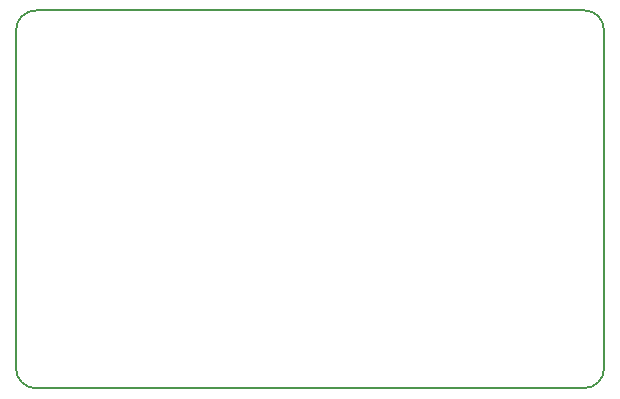
<source format=gbr>
%TF.GenerationSoftware,KiCad,Pcbnew,(6.0.6)*%
%TF.CreationDate,2022-08-05T13:26:10+02:00*%
%TF.ProjectId,stm32_basic,73746d33-325f-4626-9173-69632e6b6963,rev?*%
%TF.SameCoordinates,Original*%
%TF.FileFunction,Profile,NP*%
%FSLAX46Y46*%
G04 Gerber Fmt 4.6, Leading zero omitted, Abs format (unit mm)*
G04 Created by KiCad (PCBNEW (6.0.6)) date 2022-08-05 13:26:10*
%MOMM*%
%LPD*%
G01*
G04 APERTURE LIST*
%TA.AperFunction,Profile*%
%ADD10C,0.200000*%
%TD*%
G04 APERTURE END LIST*
D10*
X179000000Y-117300000D02*
X178986098Y-88706151D01*
X177400311Y-86998164D02*
X130906151Y-87013903D01*
X177292012Y-118985866D02*
G75*
G03*
X179000000Y-117300000I21288J1686566D01*
G01*
X129198164Y-88699689D02*
X129200000Y-117300000D01*
X130885786Y-119007987D02*
X177292013Y-118985786D01*
X178986101Y-88706151D02*
G75*
G03*
X177300312Y-86998164I-1686501J21351D01*
G01*
X130906151Y-87013899D02*
G75*
G03*
X129198164Y-88699689I-21351J-1686501D01*
G01*
X129199948Y-117299999D02*
G75*
G03*
X130885786Y-119007987I1686552J-21301D01*
G01*
M02*

</source>
